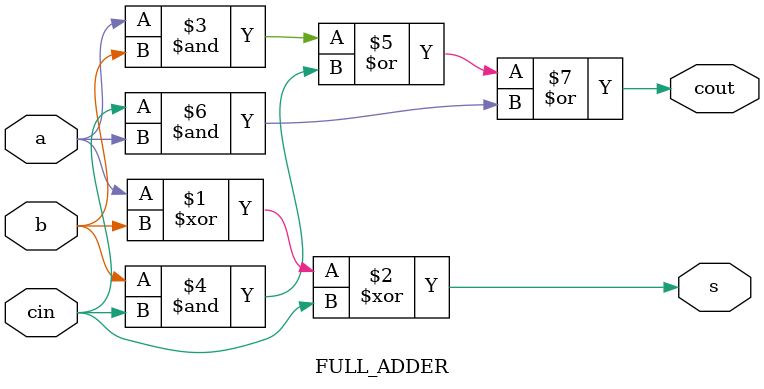
<source format=v>
`timescale 1ns / 1ps


module FULL_ADDER(a,b,cin,s,cout

    );
input a,b,cin;
output s,cout;
assign s=  a^b^cin;
assign cout=(a&b)|(b&cin)|(cin&a);  
endmodule

</source>
